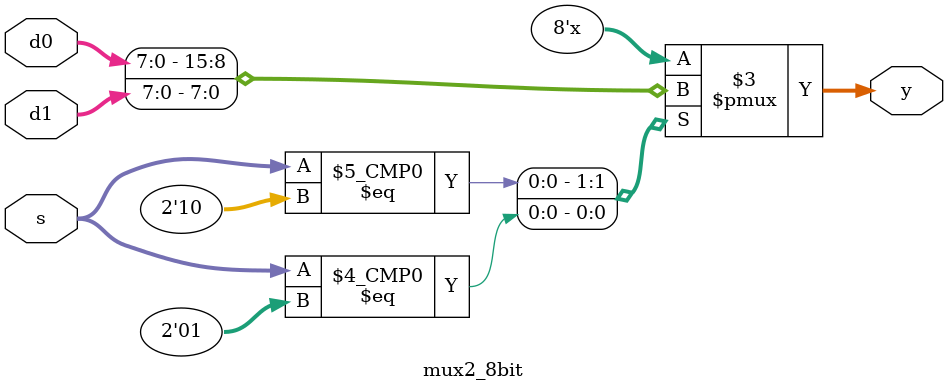
<source format=v>
module mux2_8bit(d0, d1, s, y);		//2input 8bit mux
	input [7:0] d0, d1;	// 8bits 2 inputs
	input [1:0] s;			// select signal
	output reg [7:0] y;		// 8bits output
	
	always @(d0, d1, s)	
	begin
		case(s)	
			2'b10		:	y = d0;		// when M0_grant
			2'b01		:	y = d1;		// when M1_grant
			default	:	y = 8'bx;		// when default, unknown
		endcase
	end
endmodule

</source>
